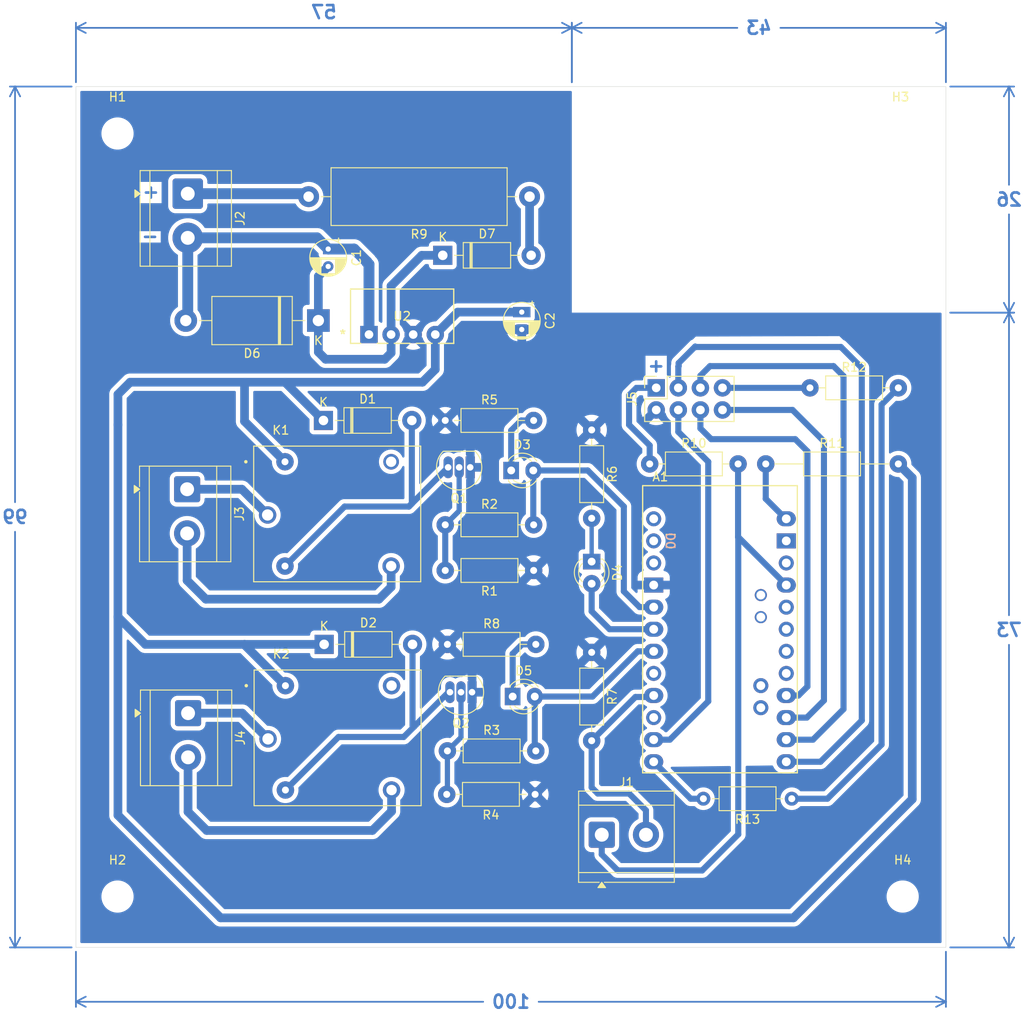
<source format=kicad_pcb>
(kicad_pcb (version 20241229) (generator "pcbnew") (generator_version "9.0")
  (title_block (title "Smart Key System - Receiver") (date "2025-05-07"))
  (layers (0 "F.Cu" signal) (2 "B.Cu" signal) (13 "F.Paste" user) (15 "B.Paste" user) (5 "F.SilkS" user "F.Silkscreen") (7 "B.SilkS" user "B.Silkscreen") (1 "F.Mask" user) (3 "B.Mask" user) (25 "Edge.Cuts" user))
  (net 0 "")
  (net 1 "/LOCK_LED")
  (net 4 "/IRQ")
  (net 7 "VCC")
  (net 8 "/MAIN_SWITCH")
  (net 10 "/MOSI")
  (net 13 "GND")
  (net 14 "/CSN")
  (net 15 "/LOCK_RELAY")
  (net 21 "/MISO")
  (net 22 "/SCK")
  (net 24 "/LOCATE_LED")
  (net 25 "/CE")
  (net 27 "/-BAT")
  (net 28 "Net-(D6-A1)")
  (net 29 "Net-(D1-A)")
  (net 30 "Net-(D2-A)")
  (net 31 "Net-(D3-K)")
  (net 32 "Net-(D4-K)")
  (net 33 "Net-(D5-K)")
  (net 34 "Net-(D7-A)")
  (net 35 "/+BAT")
  (net 36 "Net-(J3-Pin_1)")
  (net 37 "Net-(J3-Pin_2)")
  (net 38 "Net-(J4-Pin_2)")
  (net 39 "Net-(J4-Pin_1)")
  (net 42 "Net-(Q1-B)")
  (net 43 "Net-(Q2-B)")
  (net 44 "+3.3V")
  (net 45 "Net-(J5-Pin_1)")
  (net 46 "Net-(J5-Pin_7)")
  (net 47 "Net-(A1-PadRAW)")
  (net 48 "Net-(A1-PadD9)")
  (footprint "LED_THT:LED_D3.0mm" (layer "F.Cu") (at 148.03 79.15)
    (property "Reference" "D3" (at 1.27 -2.96 0) (layer "F.SilkS"))
    (property "Value" "LED")
    (pad "1" thru_hole rect (at 0 0) (size 1.8 2) (drill 0.9) (layers "*.Cu" "*.Mask") (net 31 "Net-(D3-K)"))
    (pad "2" thru_hole oval (at 2.54 0) (size 1.8 2) (drill 0.9) (layers "*.Cu" "*.Mask") (net 24 "/LOCATE_LED"))
  )
  (footprint "TerminalBlock_CUI:TerminalBlock_CUI_TB007-508-02_1x02_P5.08mm_Horizontal" (layer "F.Cu") (at 110.8875 107.06 -90)
    (property "Reference" "J4" (at 2.84 -6.02 90) (layer "F.SilkS"))
    (property "Value" "Screw_Terminal_01x02")
    (pad "1" thru_hole roundrect (at 0 0 270) (size 3 3) (drill 1.6) (layers "*.Cu" "*.Mask") (roundrect_rratio 0.104167) (net 39 "Net-(J4-Pin_1)"))
    (pad "2" thru_hole circle (at 5.08 0 270) (size 3 3) (drill 1.6) (layers "*.Cu" "*.Mask") (net 38 "Net-(J4-Pin_2)"))
  )
  (footprint "Resistor_THT:R_Axial_DIN0207_L6.3mm_D2.5mm_P10.16mm_Horizontal" (layer "F.Cu") (at 157.28 74.49 -90)
    (property "Reference" "R6" (at 5.08 -2.37 90) (layer "F.SilkS"))
    (property "Value" "1k")
    (pad "1" thru_hole circle (at 0 0 270) (size 2 2) (drill 0.8) (layers "*.Cu" "*.Mask") (net 13 "GND"))
    (pad "2" thru_hole oval (at 10.16 0 270) (size 2 2) (drill 0.8) (layers "*.Cu" "*.Mask") (net 32 "Net-(D4-K)"))
  )
  (footprint "Capacitor_THT:CP_Radial_D4.0mm_P2.00mm" (layer "F.Cu") (at 126.99495 53.687401 -90)
    (property "Reference" "C1" (at 1 -3.25 90) (layer "F.SilkS"))
    (property "Value" "4.7u")
    (pad "1" thru_hole rect (at 0 0 270) (size 1.2 1.2) (drill 0.6) (layers "*.Cu" "*.Mask") (net 27 "/-BAT"))
    (pad "2" thru_hole circle (at 2 0 270) (size 1.2 1.2) (drill 0.6) (layers "*.Cu" "*.Mask") (net 28 "Net-(D6-A1)"))
  )
  (footprint "Resistor_THT:R_Axial_DIN0207_L6.3mm_D2.5mm_P10.16mm_Horizontal" (layer "F.Cu") (at 150.61 90.65 180)
    (property "Reference" "R1" (at 5.08 -2.37 0) (layer "F.SilkS"))
    (property "Value" "10k")
    (pad "1" thru_hole circle (at 0 0 180) (size 2 2) (drill 0.8) (layers "*.Cu" "*.Mask") (net 13 "GND"))
    (pad "2" thru_hole oval (at 10.16 0 180) (size 2 2) (drill 0.8) (layers "*.Cu" "*.Mask") (net 42 "Net-(Q1-B)"))
  )
  (footprint "Capacitor_THT:CP_Radial_D4.0mm_P2.00mm" (layer "F.Cu") (at 149.24495 60.937401 -90)
    (property "Reference" "C2" (at 1 -3.25 90) (layer "F.SilkS"))
    (property "Value" "10u")
    (pad "1" thru_hole rect (at 0 0 270) (size 1.2 2) (drill 0.6) (layers "*.Cu" "*.Mask") (net 7 "VCC"))
    (pad "2" thru_hole oval (at 2 0 270) (size 1.2 2) (drill 0.6) (layers "*.Cu" "*.Mask") (net 13 "GND"))
  )
  (footprint "SRD-12VDC-SL-C:RELAY_SRD-12VDC-SL-C" (layer "F.Cu") (at 128.18 109.9)
    (property "Reference" "K2" (at -6.575 -9.635 0) (layer "F.SilkS"))
    (property "Value" "SRD-12VDC-SL-C")
    (pad "COIL1" thru_hole circle (at -6.1 -6) (size 2 2) (drill 0.8) (layers "*.Cu" "*.Mask") (net 7 "VCC"))
    (pad "COIL2" thru_hole circle (at -6.1 6) (size 2 2) (drill 0.8) (layers "*.Cu" "*.Mask") (net 30 "Net-(D2-A)"))
    (pad "COM" thru_hole circle (at -8.1 0.12) (size 2 2) (drill 1.3) (layers "*.Cu" "*.Mask") (net 39 "Net-(J4-Pin_1)"))
    (pad "NC" thru_hole circle (at 6.1 -6) (size 2 2) (drill 1.2) (layers "*.Cu" "*.Mask"))
    (pad "NO" thru_hole circle (at 6.1 6) (size 2 2) (drill 1.2) (layers "*.Cu" "*.Mask") (net 38 "Net-(J4-Pin_2)"))
  )
  (footprint "TerminalBlock_CUI:TerminalBlock_CUI_TB007-508-02_1x02_P5.08mm_Horizontal" (layer "F.Cu") (at 158.44 121.0425)
    (property "Reference" "J1" (at 2.84 -6.02 0) (layer "F.SilkS"))
    (property "Value" "Screw_Terminal_01x02")
    (pad "1" thru_hole roundrect (at 0 0) (size 3 3) (drill 1.6) (layers "*.Cu" "*.Mask") (roundrect_rratio 0.104167) (net 44 "+3.3V"))
    (pad "2" thru_hole circle (at 5.08 0) (size 3 3) (drill 1.6) (layers "*.Cu" "*.Mask") (net 8 "/MAIN_SWITCH"))
  )
  (footprint "TerminalBlock_CUI:TerminalBlock_CUI_TB007-508-02_1x02_P5.08mm_Horizontal" (layer "F.Cu") (at 110.85245 47.32 -90)
    (property "Reference" "J2" (at 2.84 -6.02 90) (layer "F.SilkS"))
    (property "Value" "Screw_Terminal_01x02")
    (pad "1" thru_hole roundrect (at 0 0 270) (size 3.5 3.5) (drill 1.6) (layers "*.Cu" "*.Mask") (roundrect_rratio 0.104167) (net 35 "/+BAT"))
    (pad "2" thru_hole circle (at 5.08 0 270) (size 3.5 3.5) (drill 1.6) (layers "*.Cu" "*.Mask") (net 27 "/-BAT"))
  )
  (footprint "Resistor_THT:R_Axial_DIN0207_L6.3mm_D2.5mm_P10.16mm_Horizontal" (layer "F.Cu") (at 140.45 73.4)
    (property "Reference" "R5" (at 5.08 -2.37 0) (layer "F.SilkS"))
    (property "Value" "1k")
    (pad "1" thru_hole circle (at 0 0) (size 1.6 1.6) (drill 0.8) (layers "*.Cu" "*.Mask") (net 13 "GND"))
    (pad "2" thru_hole oval (at 10.16 0) (size 2 2) (drill 0.8) (layers "*.Cu" "*.Mask") (net 31 "Net-(D3-K)"))
  )
  (footprint "Resistor_THT:R_Axial_DIN0207_L6.3mm_D2.5mm_P10.16mm_Horizontal" (layer "F.Cu") (at 140.45 85.4)
    (property "Reference" "R2" (at 5.08 -2.37 0) (layer "F.SilkS"))
    (property "Value" "330")
    (pad "1" thru_hole circle (at 0 0) (size 2 2) (drill 0.8) (layers "*.Cu" "*.Mask") (net 42 "Net-(Q1-B)"))
    (pad "2" thru_hole oval (at 10.16 0) (size 2 2) (drill 0.8) (layers "*.Cu" "*.Mask") (net 24 "/LOCATE_LED"))
  )
  (footprint "Resistor_THT:R_Axial_DIN0207_L6.3mm_D2.5mm_P10.16mm_Horizontal" (layer "F.Cu") (at 140.7 111.4)
    (property "Reference" "R3" (at 5.08 -2.37 0) (layer "F.SilkS"))
    (property "Value" "330")
    (pad "1" thru_hole circle (at 0 0) (size 2 2) (drill 0.8) (layers "*.Cu" "*.Mask") (net 43 "Net-(Q2-B)"))
    (pad "2" thru_hole oval (at 10.16 0) (size 2 2) (drill 0.8) (layers "*.Cu" "*.Mask") (net 15 "/LOCK_RELAY"))
  )
  (footprint "LED_THT:LED_D3.0mm" (layer "F.Cu") (at 148.2 105.15)
    (property "Reference" "D5" (at 1.27 -2.96 0) (layer "F.SilkS"))
    (property "Value" "LED")
    (pad "1" thru_hole rect (at 0 0) (size 1.8 2) (drill 0.9) (layers "*.Cu" "*.Mask") (net 33 "Net-(D5-K)"))
    (pad "2" thru_hole oval (at 2.54 0) (size 1.8 2) (drill 0.9) (layers "*.Cu" "*.Mask") (net 15 "/LOCK_RELAY"))
  )
  (footprint "Package_TO_SOT_THT:TO-92_Inline" (layer "F.Cu") (at 143.32 78.79 180)
    (property "Reference" "Q1" (at 1.27 -3.56 0) (layer "F.SilkS"))
    (property "Value" "2N3904")
    (pad "1" thru_hole rect (at 0 0 180) (size 1.05 2.5) (drill 0.75) (layers "*.Cu" "*.Mask") (net 13 "GND"))
    (pad "2" thru_hole oval (at 1.27 0 180) (size 1.05 2.5) (drill 0.75) (layers "*.Cu" "*.Mask") (net 42 "Net-(Q1-B)"))
    (pad "3" thru_hole oval (at 2.54 0 180) (size 1.05 2.5) (drill 0.75) (layers "*.Cu" "*.Mask") (net 29 "Net-(D1-A)"))
  )
  (footprint "Resistor_THT:R_Axial_DIN0207_L6.3mm_D2.5mm_P10.16mm_Horizontal" (layer "F.Cu") (at 157.28 100.07 -90)
    (property "Reference" "R7" (at 5.08 -2.37 90) (layer "F.SilkS"))
    (property "Value" "10k")
    (pad "1" thru_hole circle (at 0 0 270) (size 2 2) (drill 0.8) (layers "*.Cu" "*.Mask") (net 13 "GND"))
    (pad "2" thru_hole oval (at 10.16 0 270) (size 2 2) (drill 0.8) (layers "*.Cu" "*.Mask") (net 8 "/MAIN_SWITCH"))
  )
  (footprint "LED_THT:LED_D3.0mm" (layer "F.Cu") (at 157.28 89.63 -90)
    (property "Reference" "D4" (at 1.27 -2.96 90) (layer "F.SilkS"))
    (property "Value" "LED")
    (pad "1" thru_hole rect (at 0 0 270) (size 1.8 2) (drill 0.9) (layers "*.Cu" "*.Mask") (net 32 "Net-(D4-K)"))
    (pad "2" thru_hole oval (at 2.54 0 270) (size 2 2) (drill 0.9) (layers "*.Cu" "*.Mask") (net 1 "/LOCK_LED"))
  )
  (footprint "MountingHole:MountingHole_3.2mm_M3" (layer "F.Cu") (at 193.03 128.15)
    (property "Reference" "H4" (at 0 -4.2 0) (layer "F.SilkS"))
    (property "Value" "MountingHole")
    (pad "" np_thru_hole circle (at 0 0) (size 3.2 3.2) (drill 3.2) (layers "*.Cu" "*.Mask"))
  )
  (footprint "footprints:SIP4_B_S-1WR3_MNS" (layer "F.Cu") (at 131.68495 63.5182)
    (property "Reference" "U2" (at 3.81 -2.1082 0) (layer "F.SilkS"))
    (property "Value" "B1205S-1WR3")
    (fp_text user "*" (at -3.0099 0 0) (layer "F.SilkS"))
    (fp_text user "*" (at -3.0099 0 0) (layer "F.SilkS"))
    (pad "1" thru_hole rect (at 0 0) (size 2 2) (drill 0.9906) (layers "*.Cu" "*.Mask") (net 27 "/-BAT"))
    (pad "2" thru_hole circle (at 2.54 0) (size 2 2) (drill 0.9906) (layers "*.Cu" "*.Mask") (net 28 "Net-(D6-A1)"))
    (pad "3" thru_hole circle (at 5.08 0) (size 2 2) (drill 0.9906) (layers "*.Cu" "*.Mask") (net 13 "GND"))
    (pad "4" thru_hole circle (at 7.62 0) (size 2 2) (drill 0.9906) (layers "*.Cu" "*.Mask") (net 7 "VCC"))
  )
  (footprint "TerminalBlock_CUI:TerminalBlock_CUI_TB007-508-02_1x02_P5.08mm_Horizontal" (layer "F.Cu") (at 110.78 81.31 -90)
    (property "Reference" "J3" (at 2.84 -6.02 90) (layer "F.SilkS"))
    (property "Value" "Screw_Terminal_01x02")
    (pad "1" thru_hole roundrect (at 0 0 270) (size 3 3) (drill 1.6) (layers "*.Cu" "*.Mask") (roundrect_rratio 0.104167) (net 36 "Net-(J3-Pin_1)"))
    (pad "2" thru_hole circle (at 5.08 0 270) (size 3 3) (drill 1.6) (layers "*.Cu" "*.Mask") (net 37 "Net-(J3-Pin_2)"))
  )
  (footprint "Resistor_THT:R_Axial_DIN0207_L6.3mm_D2.5mm_P10.16mm_Horizontal" (layer "F.Cu") (at 140.7 99.15)
    (property "Reference" "R8" (at 5.08 -2.37 0) (layer "F.SilkS"))
    (property "Value" "1k")
    (pad "1" thru_hole circle (at 0 0) (size 2 2) (drill 0.8) (layers "*.Cu" "*.Mask") (net 13 "GND"))
    (pad "2" thru_hole circle (at 10.16 0) (size 2 2) (drill 0.8) (layers "*.Cu" "*.Mask") (net 33 "Net-(D5-K)"))
  )
  (footprint "Connector_PinSocket_2.54mm:PinSocket_2x04_P2.54mm_Vertical" (layer "F.Cu") (at 164.7 69.65 90)
    (property "Reference" "J5" (at -1.27 -2.77 90) (layer "F.SilkS"))
    (property "Value" "Conn_02x04_Odd_Even")
    (pad "1" thru_hole rect (at 0 0 90) (size 2 2) (drill 1) (layers "*.Cu" "*.Mask") (net 45 "Net-(J5-Pin_1)"))
    (pad "2" thru_hole circle (at -2.54 0 90) (size 2 2) (drill 1) (layers "*.Cu" "*.Mask") (net 13 "GND"))
    (pad "3" thru_hole circle (at 0 2.54 90) (size 2 2) (drill 1) (layers "*.Cu" "*.Mask") (net 14 "/CSN"))
    (pad "4" thru_hole circle (at -2.54 2.54 90) (size 2 2) (drill 1) (layers "*.Cu" "*.Mask") (net 25 "/CE"))
    (pad "5" thru_hole circle (at 0 5.08 90) (size 2 2) (drill 1) (layers "*.Cu" "*.Mask") (net 10 "/MOSI"))
    (pad "6" thru_hole circle (at -2.54 5.08 90) (size 2 2) (drill 1) (layers "*.Cu" "*.Mask") (net 22 "/SCK"))
    (pad "7" thru_hole circle (at 0 7.62 90) (size 2 2) (drill 1) (layers "*.Cu" "*.Mask") (net 46 "Net-(J5-Pin_7)"))
    (pad "8" thru_hole circle (at -2.54 7.62 90) (size 2 2) (drill 1) (layers "*.Cu" "*.Mask") (net 21 "/MISO"))
  )
  (footprint "Diode_THT:D_DO-201AE_P15.24mm_Horizontal" (layer "F.Cu") (at 125.86495 61.91 180)
    (property "Reference" "D6" (at 7.62 -3.77 0) (layer "F.SilkS"))
    (property "Value" "1.5KExxA")
    (fp_text user "K" (at 0 -2.3 0) (layer "F.SilkS"))
    (pad "1" thru_hole rect (at 0 0 180) (size 2.6 2.6) (drill 1.3) (layers "*.Cu" "*.Mask") (net 28 "Net-(D6-A1)"))
    (pad "2" thru_hole oval (at 15.24 0 180) (size 2.6 2.6) (drill 1.3) (layers "*.Cu" "*.Mask") (net 27 "/-BAT"))
  )
  (footprint "Resistor_THT:R_Axial_Power_L20.0mm_W6.4mm_P25.40mm" (layer "F.Cu") (at 150.14495 47.66 180)
    (property "Reference" "R9" (at 12.7 -4.32 0) (layer "F.SilkS"))
    (property "Value" "2.2")
    (pad "1" thru_hole circle (at 0 0 180) (size 2.4 2.4) (drill 1.2) (layers "*.Cu" "*.Mask") (net 34 "Net-(D7-A)"))
    (pad "2" thru_hole oval (at 25.4 0 180) (size 2.4 2.4) (drill 1.2) (layers "*.Cu" "*.Mask") (net 35 "/+BAT"))
  )
  (footprint "Diode_THT:D_DO-41_SOD81_P10.16mm_Horizontal" (layer "F.Cu") (at 126.53 99.15)
    (property "Reference" "D2" (at 5.08 -2.47 0) (layer "F.SilkS"))
    (property "Value" "1N5819")
    (fp_text user "K" (at 0 -2.1 0) (layer "F.SilkS"))
    (pad "1" thru_hole rect (at 0 0) (size 2.2 2.2) (drill 1.1) (layers "*.Cu" "*.Mask") (net 7 "VCC"))
    (pad "2" thru_hole oval (at 10.16 0) (size 2.2 2.2) (drill 1.1) (layers "*.Cu" "*.Mask") (net 30 "Net-(D2-A)"))
  )
  (footprint "Diode_THT:D_DO-41_SOD81_P10.16mm_Horizontal" (layer "F.Cu") (at 126.45 73.4)
    (property "Reference" "D1" (at 5.08 -2.47 0) (layer "F.SilkS"))
    (property "Value" "1N5819")
    (fp_text user "K" (at 0 -2.1 0) (layer "F.SilkS"))
    (pad "1" thru_hole rect (at 0 0) (size 2.2 2.2) (drill 1.1) (layers "*.Cu" "*.Mask") (net 7 "VCC"))
    (pad "2" thru_hole oval (at 10.16 0) (size 2.2 2.2) (drill 1.1) (layers "*.Cu" "*.Mask") (net 29 "Net-(D1-A)"))
  )
  (footprint "Resistor_THT:R_Axial_DIN0207_L6.3mm_D2.5mm_P10.16mm_Horizontal" (layer "F.Cu") (at 150.78 116.4 180)
    (property "Reference" "R4" (at 5.08 -2.37 0) (layer "F.SilkS"))
    (property "Value" "10k")
    (pad "1" thru_hole circle (at 0 0 180) (size 1.6 1.6) (drill 0.8) (layers "*.Cu" "*.Mask") (net 13 "GND"))
    (pad "2" thru_hole oval (at 10.16 0 180) (size 2 2) (drill 0.8) (layers "*.Cu" "*.Mask") (net 43 "Net-(Q2-B)"))
  )
  (footprint "Resistor_THT:R_Axial_DIN0207_L6.3mm_D2.5mm_P10.16mm_Horizontal" (layer "F.Cu") (at 163.95 78.4)
    (property "Reference" "R10" (at 5.08 -2.37 0) (layer "F.SilkS"))
    (property "Value" "0")
    (pad "1" thru_hole circle (at 0 0) (size 2 2) (drill 0.8) (layers "*.Cu" "*.Mask") (net 45 "Net-(J5-Pin_1)"))
    (pad "2" thru_hole oval (at 10.16 0) (size 2 2) (drill 0.8) (layers "*.Cu" "*.Mask") (net 44 "+3.3V"))
  )
  (footprint "Resistor_THT:R_Axial_DIN0207_L6.3mm_D2.5mm_P10.16mm_Horizontal" (layer "F.Cu") (at 182.37 69.65)
    (property "Reference" "R12" (at 5.08 -2.37 0) (layer "F.SilkS"))
    (property "Value" "0")
    (pad "1" thru_hole circle (at 0 0) (size 2 2) (drill 0.8) (layers "*.Cu" "*.Mask") (net 46 "Net-(J5-Pin_7)"))
    (pad "2" thru_hole oval (at 10.16 0) (size 2 2) (drill 0.8) (layers "*.Cu" "*.Mask") (net 4 "/IRQ"))
  )
  (footprint "MountingHole:MountingHole_3.2mm_M3" (layer "F.Cu") (at 192.78 40.4)
    (property "Reference" "H3" (at 0 -4.2 0) (layer "F.SilkS"))
    (property "Value" "MountingHole")
    (pad "" np_thru_hole circle (at 0 0) (size 3.2 3.2) (drill 3.2) (layers "*.Cu" "*.Mask"))
  )
  (footprint "Resistor_THT:R_Axial_DIN0207_L6.3mm_D2.5mm_P15.24mm_Horizontal" (layer "F.Cu") (at 177.29 78.4)
    (property "Reference" "R11" (at 7.62 -2.37 0) (layer "F.SilkS"))
    (property "Value" "0")
    (pad "1" thru_hole circle (at 0 0) (size 2 2) (drill 0.8) (layers "*.Cu" "*.Mask") (net 47 "Net-(A1-PadRAW)"))
    (pad "2" thru_hole oval (at 15.24 0) (size 2 2) (drill 0.8) (layers "*.Cu" "*.Mask") (net 7 "VCC"))
  )
  (footprint "Package_TO_SOT_THT:TO-92_Inline" (layer "F.Cu") (at 143.53 104.65 180)
    (property "Reference" "Q2" (at 1.27 -3.56 0) (layer "F.SilkS"))
    (property "Value" "2N3904")
    (pad "1" thru_hole rect (at 0 0 180) (size 1.05 2.5) (drill 0.75) (layers "*.Cu" "*.Mask") (net 13 "GND"))
    (pad "2" thru_hole oval (at 1.27 0 180) (size 1.05 2.5) (drill 0.75) (layers "*.Cu" "*.Mask") (net 43 "Net-(Q2-B)"))
    (pad "3" thru_hole oval (at 2.54 0 180) (size 1.05 2.5) (drill 0.75) (layers "*.Cu" "*.Mask") (net 30 "Net-(D2-A)"))
  )
  (footprint "MountingHole:MountingHole_3.2mm_M3" (layer "F.Cu") (at 102.78 128.15)
    (property "Reference" "H2" (at 0 -4.2 0) (layer "F.SilkS"))
    (property "Value" "MountingHole")
    (pad "" np_thru_hole circle (at 0 0) (size 3.2 3.2) (drill 3.2) (layers "*.Cu" "*.Mask"))
  )
  (footprint "Resistor_THT:R_Axial_DIN0207_L6.3mm_D2.5mm_P10.16mm_Horizontal" (layer "F.Cu") (at 180.28 116.9 180)
    (property "Reference" "R13" (at 5.08 -2.37 0) (layer "F.SilkS"))
    (property "Value" "0")
    (pad "1" thru_hole circle (at 0 0 180) (size 1.6 1.6) (drill 0.8) (layers "*.Cu" "*.Mask") (net 4 "/IRQ"))
    (pad "2" thru_hole oval (at 10.16 0 180) (size 1.6 1.6) (drill 0.8) (layers "*.Cu" "*.Mask") (net 48 "Net-(A1-PadD9)"))
  )
  (footprint "MountingHole:MountingHole_3.2mm_M3" (layer "F.Cu") (at 102.78 40.4)
    (property "Reference" "H1" (at 0 -4.2 0) (layer "F.SilkS"))
    (property "Value" "MountingHole")
    (pad "" np_thru_hole circle (at 0 0) (size 3.2 3.2) (drill 3.2) (layers "*.Cu" "*.Mask"))
  )
  (footprint "Diode_THT:D_DO-41_SOD81_P10.16mm_Horizontal" (layer "F.Cu") (at 140.16495 54.41)
    (property "Reference" "D7" (at 5.08 -2.47 0) (layer "F.SilkS"))
    (property "Value" "1N5819")
    (fp_text user "K" (at 0 -2.1 0) (layer "F.SilkS"))
    (pad "1" thru_hole rect (at 0 0) (size 2.2 2.2) (drill 1.1) (layers "*.Cu" "*.Mask") (net 28 "Net-(D6-A1)"))
    (pad "2" thru_hole oval (at 10.16 0) (size 2.2 2.2) (drill 1.1) (layers "*.Cu" "*.Mask") (net 34 "Net-(D7-A)"))
  )
  (footprint "PCM_arduino-library:Arduino_Pro_Mini_Socket_NoSPH" (layer "F.Cu") (at 172.03 97.41)
    (property "Reference" "A1" (at -6.858 -17.526 0) (layer "F.SilkS"))
    (property "Value" "Arduino_Pro_Mini_Socket_NoSPH")
    (fp_text user "D0" (at -5.715 -10.16 270) (layer "F.SilkS"))
    (fp_text user "D0" (at -5.715 -10.16 270) (layer "B.SilkS") (effects (justify mirror)))
    (pad "A0" thru_hole circle (at 7.62 5.08) (size 1.7272 1.7272) (drill 1.016) (layers "*.Cu" "*.Mask"))
    (pad "A1" thru_hole circle (at 7.62 2.54) (size 1.7272 1.7272) (drill 1.016) (layers "*.Cu" "*.Mask"))
    (pad "A2" thru_hole circle (at 7.62 0) (size 1.7272 1.7272) (drill 1.016) (layers "*.Cu" "*.Mask"))
    (pad "A3" thru_hole circle (at 7.62 -2.54) (size 1.7272 1.7272) (drill 1.016) (layers "*.Cu" "*.Mask"))
    (pad "A4" thru_hole circle (at 4.6941 -1.3894) (size 1.4 1.4) (drill 1.016) (layers "*.Cu" "*.Mask"))
    (pad "A5" thru_hole circle (at 4.6941 -3.9294) (size 1.4 1.4) (drill 1.016) (layers "*.Cu" "*.Mask"))
    (pad "A6" thru_hole circle (at 4.6941 9.0246) (size 1.7272 1.7272) (drill 1.016) (layers "*.Cu" "*.Mask"))
    (pad "A7" thru_hole circle (at 4.6941 6.484) (size 1.7272 1.7272) (drill 1.016) (layers "*.Cu" "*.Mask"))
    (pad "D0" thru_hole circle (at -7.62 -10.16) (size 1.7272 1.7272) (drill 1.016) (layers "*.Cu" "*.Mask"))
    (pad "D1" thru_hole circle (at -7.62 -12.7) (size 1.7272 1.7272) (drill 1.016) (layers "*.Cu" "*.Mask"))
    (pad "D2" thru_hole oval (at -7.62 -2.54) (size 2.2 1.7272) (drill 1.016) (layers "*.Cu" "*.Mask") (net 24 "/LOCATE_LED"))
    (pad "D3" thru_hole oval (at -7.62 0) (size 2.2 1.7272) (drill 1.016) (layers "*.Cu" "*.Mask") (net 1 "/LOCK_LED"))
    (pad "D4" thru_hole oval (at -7.62 2.54) (size 2.2 1.7272) (drill 1.016) (layers "*.Cu" "*.Mask") (net 15 "/LOCK_RELAY"))
    (pad "D5" thru_hole circle (at -7.62 5.08) (size 1.7272 1.7272) (drill 1.016) (layers "*.Cu" "*.Mask"))
    (pad "D6" thru_hole oval (at -7.62 7.62) (size 2.2 1.7272) (drill 1.016) (layers "*.Cu" "*.Mask") (net 8 "/MAIN_SWITCH"))
    (pad "D7" thru_hole circle (at -7.62 10.16) (size 1.7272 1.7272) (drill 1.016) (layers "*.Cu" "*.Mask"))
    (pad "D8" thru_hole oval (at -7.62 12.7) (size 2.2 1.7272) (drill 1.016) (layers "*.Cu" "*.Mask") (net 25 "/CE"))
    (pad "D9" thru_hole oval (at -7.62 15.24) (size 2.2 1.7272) (drill 1.016) (layers "*.Cu" "*.Mask") (net 48 "Net-(A1-PadD9)"))
    (pad "D10" thru_hole oval (at 7.62 15.24) (size 2.2 1.7272) (drill 1.016) (layers "*.Cu" "*.Mask") (net 14 "/CSN"))
    (pad "D11" thru_hole oval (at 7.62 12.7) (size 2.2 1.7272) (drill 1.016) (layers "*.Cu" "*.Mask") (net 10 "/MOSI"))
    (pad "D12" thru_hole oval (at 7.62 10.16) (size 2.2 1.7272) (drill 1.016) (layers "*.Cu" "*.Mask") (net 21 "/MISO"))
    (pad "D13" thru_hole oval (at 7.62 7.62) (size 2.2 1.7272) (drill 1.016) (layers "*.Cu" "*.Mask") (net 22 "/SCK"))
    (pad "GND1" thru_hole rect (at -7.62 -5.08) (size 2.2 1.7272) (drill 1.016) (layers "*.Cu" "*.Mask") (net 13 "GND"))
    (pad "GND2" thru_hole rect (at 7.62 -10.16) (size 2.2 1.7272) (drill 1.016) (layers "*.Cu" "*.Mask"))
    (pad "RAW" thru_hole oval (at 7.62 -12.7) (size 2.2 1.7272) (drill 1.016) (layers "*.Cu" "*.Mask") (net 47 "Net-(A1-PadRAW)"))
    (pad "RST1" thru_hole circle (at -7.62 -7.62) (size 1.7272 1.7272) (drill 1.016) (layers "*.Cu" "*.Mask"))
    (pad "RST2" thru_hole circle (at 7.62 -7.62) (size 1.7272 1.7272) (drill 1.016) (layers "*.Cu" "*.Mask"))
    (pad "Vcc1" thru_hole oval (at 7.62 -5.08) (size 2.2 1.7272) (drill 1.016) (layers "*.Cu" "*.Mask") (net 44 "+3.3V"))
  )
  (footprint "SRD-12VDC-SL-C:RELAY_SRD-12VDC-SL-C" (layer "F.Cu") (at 128.13 84.15)
    (property "Reference" "K1" (at -6.575 -9.635 0) (layer "F.SilkS"))
    (property "Value" "SRD-12VDC-SL-C")
    (pad "COIL1" thru_hole circle (at -6.1 -6) (size 2 2) (drill 0.8) (layers "*.Cu" "*.Mask") (net 7 "VCC"))
    (pad "COIL2" thru_hole circle (at -6.1 6) (size 2 2) (drill 0.8) (layers "*.Cu" "*.Mask") (net 29 "Net-(D1-A)"))
    (pad "COM" thru_hole circle (at -8.1 0.12) (size 2 2) (drill 1.3) (layers "*.Cu" "*.Mask") (net 36 "Net-(J3-Pin_1)"))
    (pad "NC" thru_hole circle (at 6.1 -6) (size 1.8 1.8) (drill 1.2) (layers "*.Cu" "*.Mask"))
    (pad "NO" thru_hole circle (at 6.1 6) (size 2 2) (drill 1.2) (layers "*.Cu" "*.Mask") (net 37 "Net-(J3-Pin_2)"))
  )
  (gr_rect (start 98 35) (end 198 134) (stroke (width 0.05)) (fill no) (layer "Edge.Cuts"))
  (gr_text "+" (at 165.82 67.95 0) (layer "B.Cu") (effects (font (size 1.5 1.5) (thickness 0.3) (bold yes)) (justify left bottom mirror)))
  (gr_text "-\n" (at 107.64495 53.06 0) (layer "B.Cu") (effects (font (size 1.5 1.5) (thickness 0.3) (bold yes)) (justify left bottom mirror)))
  (gr_text "+" (at 107.74495 47.96 0) (layer "B.Cu") (effects (font (size 1.5 1.5) (thickness 0.3) (bold yes)) (justify left bottom mirror)))
  (dimension (type orthogonal) (layer "B.Cu") (pts (xy 198 61) (xy 198 134)) (height 7.25) (orientation 1) (format (prefix "") (suffix "") (units 2) (units_format 0) (precision 4) (suppress_zeroes yes)) (style (thickness 0.2) (arrow_length 1.27) (text_position_mode 1) (arrow_direction outward) (extension_height 0.58642) (extension_offset 0.5)) (gr_text "73" (at 205.25 97.5 0) (layer "B.Cu") (effects (font (size 1.5 1.5) (thickness 0.3)) (justify mirror))))
  (dimension (type orthogonal) (layer "B.Cu") (pts (xy 198 61) (xy 198 35)) (height 7.25) (orientation 1) (format (prefix "") (suffix "") (units 3) (units_format 0) (precision 4) (suppress_zeroes yes)) (style (thickness 0.2) (arrow_length 1.27) (text_position_mode 1) (arrow_direction outward) (extension_height 0.58642) (extension_offset 0.5)) (gr_text "26" (at 205.25 48 0) (layer "B.Cu") (effects (font (size 1.5 1.5) (thickness 0.3)) (justify mirror))))
  (dimension (type orthogonal) (layer "B.Cu") (pts (xy 155 35) (xy 198 35)) (height -6.75) (orientation 0) (format (prefix "") (suffix "") (units 3) (units_format 0) (precision 4) (suppress_zeroes yes)) (style (thickness 0.2) (arrow_length 1.27) (text_position_mode 1) (arrow_direction outward) (extension_height 0.58642) (extension_offset 0.5) (keep_text_aligned yes)) (gr_text "43" (at 176.5 28.25 0) (layer "B.Cu") (effects (font (size 1.5 1.5) (thickness 0.3)) (justify mirror))))
  (dimension (type orthogonal) (layer "B.Cu") (pts (xy 98 35) (xy 98 134)) (height -7) (orientation 1) (format (prefix "") (suffix "") (units 3) (units_format 0) (precision 4) (suppress_zeroes yes)) (style (thickness 0.2) (arrow_length 1.27) (text_position_mode 1) (arrow_direction outward) (extension_height 0.58642) (extension_offset 0.5)) (gr_text "99" (at 91 84.5 0) (layer "B.Cu") (effects (font (size 1.5 1.5) (thickness 0.3)) (justify mirror))))
  (dimension (type orthogonal) (layer "B.Cu") (pts (xy 98 35) (xy 155 35)) (height -6.75) (orientation 0) (format (prefix "") (suffix "") (units 3) (units_format 0) (precision 4) (suppress_zeroes yes)) (style (thickness 0.2) (arrow_length 1.27) (text_position_mode 0) (arrow_direction outward) (extension_height 0.58642) (extension_offset 0.5) (keep_text_aligned yes)) (gr_text "57" (at 126.5 26.45 0) (layer "B.Cu") (effects (font (size 1.5 1.5) (thickness 0.3)) (justify mirror))))
  (dimension (type orthogonal) (layer "B.Cu") (pts (xy 98 134) (xy 198 134)) (height 6.25) (orientation 0) (format (prefix "") (suffix "") (units 3) (units_format 0) (precision 4) (suppress_zeroes yes)) (style (thickness 0.2) (arrow_length 1.27) (text_position_mode 1) (arrow_direction outward) (extension_height 0.58642) (extension_offset 0.5) (keep_text_aligned yes)) (gr_text "100" (at 148 140.25 0) (layer "B.Cu") (effects (font (size 1.5 1.5) (thickness 0.3)) (justify mirror))))
  (segment (start 157.28 92.17) (end 157.28 95.35) (width 0.7) (layer "B.Cu") (net 1))
  (segment (start 157.28 92.17) (end 157.14 92.17) (width 0.7) (layer "B.Cu") (net 1))
  (segment (start 157.28 95.35) (end 159.34 97.41) (width 0.7) (layer "B.Cu") (net 1))
  (segment (start 159.34 97.41) (end 164.41 97.41) (width 0.7) (layer "B.Cu") (net 1))
  (segment (start 184.38 116.9) (end 180.28 116.9) (width 0.7) (layer "B.Cu") (net 4))
  (segment (start 192.53 69.65) (end 190.605 71.575) (width 0.7) (layer "B.Cu") (net 4))
  (segment (start 190.605 71.575) (end 190.605 110.675) (width 0.7) (layer "B.Cu") (net 4))
  (segment (start 190.605 110.675) (end 184.38 116.9) (width 0.7) (layer "B.Cu") (net 4))
  (segment (start 102.83 96) (end 105.98 99.15) (width 1) (layer "B.Cu") (net 7))
  (segment (start 139.30495 67.52505) (end 137.83 69) (width 1) (layer "B.Cu") (net 7))
  (segment (start 117.38 73.5) (end 117.38 69.05) (width 1) (layer "B.Cu") (net 7))
  (segment (start 102.83 73.9) (end 102.83 96) (width 1) (layer "B.Cu") (net 7))
  (segment (start 126.45 73.4) (end 126.43 73.4) (width 1) (layer "B.Cu") (net 7))
  (segment (start 117.38 99.2) (end 117.38 99.15) (width 1) (layer "B.Cu") (net 7))
  (segment (start 122.08 103.9) (end 117.38 99.2) (width 1) (layer "B.Cu") (net 7))
  (segment (start 192.53 78.4) (end 194.13 80) (width 1) (layer "B.Cu") (net 7))
  (segment (start 139.30495 63.5182) (end 141.885749 60.937401) (width 1) (layer "B.Cu") (net 7))
  (segment (start 117.43 69) (end 104.23 69) (width 1) (layer "B.Cu") (net 7))
  (segment (start 117.38 99.15) (end 126.53 99.15) (width 1) (layer "B.Cu") (net 7))
  (segment (start 194.13 116.95) (end 180.48 130.6) (width 1) (layer "B.Cu") (net 7))
  (segment (start 104.23 69) (end 102.83 70.4) (width 1) (layer "B.Cu") (net 7))
  (segment (start 180.48 130.6) (end 114.63 130.6) (width 1) (layer "B.Cu") (net 7))
  (segment (start 102.83 73.9) (end 102.83 70.4) (width 1) (layer "B.Cu") (net 7))
  (segment (start 137.83 69) (end 122.03 69) (width 1) (layer "B.Cu") (net 7))
  (segment (start 102.83 118.8) (end 102.83 96) (width 1) (layer "B.Cu") (net 7))
  (segment (start 117.38 69.05) (end 117.43 69) (width 1) (layer "B.Cu") (net 7))
  (segment (start 122.03 78.15) (end 117.38 73.5) (width 1) (layer "B.Cu") (net 7))
  (segment (start 141.885749 60.937401) (end 149.24495 60.937401) (width 1) (layer "B.Cu") (net 7))
  (segment (start 194.13 80) (end 194.13 116.95) (width 1) (layer "B.Cu") (net 7))
  (segment (start 114.63 130.6) (end 102.83 118.8) (width 1) (layer "B.Cu") (net 7))
  (segment (start 149.24495 60.937401) (end 149.467549 60.937401) (width 1) (layer "B.Cu") (net 7))
  (segment (start 126.43 73.4) (end 122.03 69) (width 1) (layer "B.Cu") (net 7))
  (segment (start 122.03 69) (end 117.43 69) (width 1) (layer "B.Cu") (net 7))
  (segment (start 139.30495 63.5182) (end 139.30495 67.52505) (width 1) (layer "B.Cu") (net 7))
  (segment (start 105.98 99.15) (end 117.38 99.15) (width 1) (layer "B.Cu") (net 7))
  (segment (start 164.24 105.2) (end 164.41 105.03) (width 0.7) (layer "B.Cu") (net 8))
  (segment (start 161.58 116.3) (end 157.98 116.3) (width 0.7) (layer "B.Cu") (net 8))
  (segment (start 157.28 110.23) (end 162.31 105.2) (width 0.7) (layer "B.Cu") (net 8))
  (segment (start 162.31 105.2) (end 164.24 105.2) (width 0.7) (layer "B.Cu") (net 8))
  (segment (start 163.52 118.24) (end 161.58 116.3) (width 0.7) (layer "B.Cu") (net 8))
  (segment (start 157.28 115.6) (end 157.28 110.23) (width 0.7) (layer "B.Cu") (net 8))
  (segment (start 157.98 116.3) (end 157.28 115.6) (width 0.7) (layer "B.Cu") (net 8))
  (segment (start 163.52 121.0425) (end 163.52 118.24) (width 0.7) (layer "B.Cu") (net 8))
  (segment (start 179.65 110.11) (end 182.72 110.11) (width 0.7) (layer "B.Cu") (net 10))
  (segment (start 182.72 110.11) (end 186.23 106.6) (width 0.7) (layer "B.Cu") (net 10))
  (segment (start 169.78 68.25) (end 169.78 69.65) (width 0.7) (layer "B.Cu") (net 10))
  (segment (start 185.08 67.15) (end 170.88 67.15) (width 0.7) (layer "B.Cu") (net 10))
  (segment (start 170.88 67.15) (end 169.78 68.25) (width 0.7) (layer "B.Cu") (net 10))
  (segment (start 186.23 106.6) (end 186.23 68.3) (width 0.7) (layer "B.Cu") (net 10))
  (segment (start 186.23 68.3) (end 185.08 67.15) (width 0.7) (layer "B.Cu") (net 10))
  (segment (start 164.25 92.15) (end 164.57 92.47) (width 0.7) (layer "B.Cu") (net 13))
  (segment (start 167.28 66.8) (end 167.28 67.15) (width 0.7) (layer "B.Cu") (net 14))
  (segment (start 188.33 107.9) (end 183.58 112.65) (width 0.7) (layer "B.Cu") (net 14))
  (segment (start 188.33 67.35) (end 185.93 64.95) (width 0.7) (layer "B.Cu") (net 14))
  (segment (start 169.23 64.95) (end 169.18 64.9) (width 0.7) (layer "B.Cu") (net 14))
  (segment (start 167.28 67.15) (end 167.24 67.19) (width 0.7) (layer "B.Cu") (net 14))
  (segment (start 185.93 64.95) (end 169.23 64.95) (width 0.7) (layer "B.Cu") (net 14))
  (segment (start 183.58 112.65) (end 179.65 112.65) (width 0.7) (layer "B.Cu") (net 14))
  (segment (start 188.33 107.9) (end 188.33 67.35) (width 0.7) (layer "B.Cu") (net 14))
  (segment (start 167.24 67.19) (end 167.24 69.65) (width 0.7) (layer "B.Cu") (net 14))
  (segment (start 169.18 64.9) (end 167.28 66.8) (width 0.7) (layer "B.Cu") (net 14))
  (segment (start 150.74 105.15) (end 150.74 111.28) (width 0.7) (layer "B.Cu") (net 15))
  (segment (start 157.38 105.15) (end 150.74 105.15) (width 0.7) (layer "B.Cu") (net 15))
  (segment (start 162.58 99.95) (end 157.38 105.15) (width 0.7) (layer "B.Cu") (net 15))
  (segment (start 164.38 100.28) (end 164.57 100.09) (width 0.7) (layer "B.Cu") (net 15))
  (segment (start 150.74 111.28) (end 150.86 111.4) (width 0.7) (layer "B.Cu") (net 15))
  (segment (start 164.41 99.95) (end 162.58 99.95) (width 0.7) (layer "B.Cu") (net 15))
  (segment (start 183.98 105.6) (end 182.01 107.57) (width 0.7) (layer "B.Cu") (net 21))
  (segment (start 172.32 72.19) (end 180.37 72.19) (width 0.7) (layer "B.Cu") (net 21))
  (segment (start 182.01 107.57) (end 179.65 107.57) (width 0.7) (layer "B.Cu") (net 21))
  (segment (start 180.37 72.19) (end 183.98 75.8) (width 0.7) (layer "B.Cu") (net 21))
  (segment (start 183.98 75.8) (end 183.98 105.6) (width 0.7) (layer "B.Cu") (net 21))
  (segment (start 169.78 72.19) (end 169.78 74.31) (width 0.7) (layer "B.Cu") (net 22))
  (segment (start 182.08 104) (end 181.05 105.03) (width 0.7) (layer "B.Cu") (net 22))
  (segment (start 180.68 75.55) (end 182.08 76.95) (width 0.7) (layer "B.Cu") (net 22))
  (segment (start 182.08 76.95) (end 182.08 104) (width 0.7) (layer "B.Cu") (net 22))
  (segment (start 169.78 74.31) (end 171.02 75.55) (width 0.7) (layer "B.Cu") (net 22))
  (segment (start 181.05 105.03) (end 179.65 105.03) (width 0.7) (layer "B.Cu") (net 22))
  (segment (start 180.68 75.55) (end 171.02 75.55) (width 0.7) (layer "B.Cu") (net 22))
  (segment (start 162.8 94.87) (end 164.41 94.87) (width 0.7) (layer "B.Cu") (net 24))
  (segment (start 156.83 79.15) (end 160.98 83.3) (width 0.7) (layer "B.Cu") (net 24))
  (segment (start 160.98 93.05) (end 162.8 94.87) (width 0.7) (layer "B.Cu") (net 24))
  (segment (start 150.57 79.15) (end 156.83 79.15) (width 0.7) (layer "B.Cu") (net 24))
  (segment (start 150.57 85.36) (end 150.61 85.4) (width 0.7) (layer "B.Cu") (net 24))
  (segment (start 160.98 83.3) (end 160.98 93.05) (width 0.7) (layer "B.Cu") (net 24))
  (segment (start 150.57 79.15) (end 150.57 85.36) (width 0.7) (layer "B.Cu") (net 24))
  (segment (start 170.68 78.15) (end 170.68 105.7) (width 0.7) (layer "B.Cu") (net 25))
  (segment (start 170.68 105.7) (end 166.27 110.11) (width 0.7) (layer "B.Cu") (net 25))
  (segment (start 167.24 74.71) (end 170.68 78.15) (width 0.7) (layer "B.Cu") (net 25))
  (segment (start 167.24 72.19) (end 167.24 74.71) (width 0.7) (layer "B.Cu") (net 25))
  (segment (start 166.27 110.11) (end 164.41 110.11) (width 0.7) (layer "B.Cu") (net 25))
  (segment (start 110.85245 52.4) (end 110.85245 61.6825) (width 1.25) (layer "B.Cu") (net 27))
  (segment (start 110.85245 61.6825) (end 110.62495 61.91) (width 1.25) (layer "B.Cu") (net 27))
  (segment (start 131.44495 55.16) (end 131.44495 55.21) (width 1.25) (layer "B.Cu") (net 27))
  (segment (start 131.44495 55.21) (end 131.68495 55.45) (width 1.25) (layer "B.Cu") (net 27))
  (segment (start 126.99495 53.687401) (end 129.972351 53.687401) (width 1.25) (layer "B.Cu") (net 27))
  (segment (start 129.972351 53.687401) (end 131.44495 55.16) (width 1.25) (layer "B.Cu") (net 27))
  (segment (start 125.707549 52.4) (end 126.99495 53.687401) (width 1.25) (layer "B.Cu") (net 27))
  (segment (start 110.85245 52.4) (end 125.707549 52.4) (width 1.25) (layer "B.Cu") (net 27))
  (segment (start 131.68495 55.45) (end 131.68495 63.5182) (width 1.25) (layer "B.Cu") (net 27))
  (segment (start 125.86495 61.91) (end 125.86495 65.53) (width 1) (layer "B.Cu") (net 28))
  (segment (start 133.49495 66.36) (end 134.22495 65.63) (width 1) (layer "B.Cu") (net 28))
  (segment (start 126.69495 66.36) (end 133.49495 66.36) (width 1) (layer "B.Cu") (net 28))
  (segment (start 125.86495 61.91) (end 125.86495 56.817401) (width 1) (layer "B.Cu") (net 28))
  (segment (start 137.74495 54.41) (end 140.16495 54.41) (width 1) (layer "B.Cu") (net 28))
  (segment (start 134.22495 65.63) (end 134.22495 63.5182) (width 1) (layer "B.Cu") (net 28))
  (segment (start 134.22495 63.5182) (end 134.22495 57.93) (width 1) (layer "B.Cu") (net 28))
  (segment (start 125.86495 65.53) (end 126.69495 66.36) (width 1) (layer "B.Cu") (net 28))
  (segment (start 134.22495 57.93) (end 137.74495 54.41) (width 1) (layer "B.Cu") (net 28))
  (segment (start 125.86495 56.817401) (end 126.99495 55.687401) (width 1) (layer "B.Cu") (net 28))
  (segment (start 136.61 82.96) (end 136.27 83.3) (width 0.7) (layer "B.Cu") (net 29))
  (segment (start 128.88 83.3) (end 136.27 83.3) (width 0.7) (layer "B.Cu") (net 29))
  (segment (start 136.27 83.3) (end 140.78 78.79) (width 0.7) (layer "B.Cu") (net 29))
  (segment (start 122.03 90.15) (end 128.88 83.3) (width 0.7) (layer "B.Cu") (net 29))
  (segment (start 136.61 73.4) (end 136.61 82.96) (width 0.7) (layer "B.Cu") (net 29))
  (segment (start 122.08 115.9) (end 128.18 109.8) (width 0.7) (layer "B.Cu") (net 30))
  (segment (start 136.855 108.625) (end 140.83 104.65) (width 0.7) (layer "B.Cu") (net 30))
  (segment (start 135.68 109.8) (end 136.855 108.625) (width 0.7) (layer "B.Cu") (net 30))
  (segment (start 136.69 108.46) (end 136.855 108.625) (width 0.7) (layer "B.Cu") (net 30))
  (segment (start 140.83 104.65) (end 140.99 104.65) (width 0.7) (layer "B.Cu") (net 30))
  (segment (start 136.69 99.15) (end 136.69 108.46) (width 0.7) (layer "B.Cu") (net 30))
  (segment (start 128.18 109.8) (end 135.68 109.8) (width 0.7) (layer "B.Cu") (net 30))
  (segment (start 148.03 74.55) (end 148.03 79.15) (width 0.7) (layer "B.Cu") (net 31))
  (segment (start 150.61 73.4) (end 149.18 73.4) (width 0.7) (layer "B.Cu") (net 31))
  (segment (start 149.18 73.4) (end 148.03 74.55) (width 0.7) (layer "B.Cu") (net 31))
  (segment (start 157.28 89.63) (end 157.28 84.65) (width 0.5) (layer "B.Cu") (net 32))
  (segment (start 149.28 99.15) (end 148.2 100.23) (width 0.7) (layer "B.Cu") (net 33))
  (segment (start 150.86 99.15) (end 149.28 99.15) (width 0.7) (layer "B.Cu") (net 33))
  (segment (start 148.2 100.23) (end 148.2 105.15) (width 0.7) (layer "B.Cu") (net 33))
  (segment (start 150.14495 54.23) (end 150.32495 54.41) (width 1) (layer "B.Cu") (net 34))
  (segment (start 150.14495 47.66) (end 150.14495 54.23) (width 1) (layer "B.Cu") (net 34))
  (segment (start 124.40495 47.32) (end 124.74495 47.66) (width 1.25) (layer "B.Cu") (net 35))
  (segment (start 110.85245 47.32) (end 124.40495 47.32) (width 1.25) (layer "B.Cu") (net 35))
  (segment (start 110.78 81.31) (end 117.07 81.31) (width 1) (layer "B.Cu") (net 36))
  (segment (start 117.07 81.31) (end 120.03 84.27) (width 1) (layer "B.Cu") (net 36))
  (segment (start 110.78 86.39) (end 110.78 91.8) (width 1) (layer "B.Cu") (net 37))
  (segment (start 132.83 93.95) (end 134.23 92.55) (width 1) (layer "B.Cu") (net 37))
  (segment (start 134.23 92.55) (end 134.23 90.15) (width 1) (layer "B.Cu") (net 37))
  (segment (start 112.93 93.95) (end 132.83 93.95) (width 1) (layer "B.Cu") (net 37))
  (segment (start 110.78 91.8) (end 112.93 93.95) (width 1) (layer "B.Cu") (net 37))
  (segment (start 110.8875 118.4075) (end 113.03 120.55) (width 1) (layer "B.Cu") (net 38))
  (segment (start 132.08 120.55) (end 134.28 118.35) (width 1) (layer "B.Cu") (net 38))
  (segment (start 113.03 120.55) (end 132.08 120.55) (width 1) (layer "B.Cu") (net 38))
  (segment (start 134.28 118.35) (end 134.28 115.9) (width 1) (layer "B.Cu") (net 38))
  (segment (start 110.8875 112.14) (end 110.8875 118.4075) (width 1) (layer "B.Cu") (net 38))
  (segment (start 110.8875 107.06) (end 117.12 107.06) (width 1) (layer "B.Cu") (net 39))
  (segment (start 117.12 107.06) (end 120.08 110.02) (width 1) (layer "B.Cu") (net 39))
  (segment (start 140.45 90.65) (end 140.45 85.4) (width 0.7) (layer "B.Cu") (net 42))
  (segment (start 142.05 78.79) (end 142.05 83.8) (width 0.6) (layer "B.Cu") (net 42))
  (segment (start 142.05 83.8) (end 140.45 85.4) (width 0.6) (layer "B.Cu") (net 42))
  (segment (start 142.26 109.84) (end 140.7 111.4) (width 0.6) (layer "B.Cu") (net 43))
  (segment (start 140.7 116.32) (end 140.62 116.4) (width 0.6) (layer "B.Cu") (net 43))
  (segment (start 140.7 111.4) (end 140.7 116.32) (width 0.6) (layer "B.Cu") (net 43))
  (segment (start 142.26 104.65) (end 142.26 109.84) (width 0.6) (layer "B.Cu") (net 43))
  (segment (start 174.13 121) (end 169.98 125.15) (width 0.7) (layer "B.Cu") (net 44))
  (segment (start 174.11 86.79) (end 174.13 86.81) (width 0.7) (layer "B.Cu") (net 44))
  (segment (start 174.11 78.4) (end 174.11 86.79) (width 0.7) (layer "B.Cu") (net 44))
  (segment (start 160.28 125.15) (end 158.44 123.31) (width 0.7) (layer "B.Cu") (net 44))
  (segment (start 169.98 125.15) (end 160.28 125.15) (width 0.7) (layer "B.Cu") (net 44))
  (segment (start 174.13 86.81) (end 174.13 121) (width 0.7) (layer "B.Cu") (net 44))
  (segment (start 174.11 86.79) (end 179.65 92.33) (width 0.7) (layer "B.Cu") (net 44))
  (segment (start 158.44 123.31) (end 158.44 121.0425) (width 0.7) (layer "B.Cu") (net 44))
  (segment (start 163.95 76.27) (end 163.95 78.4) (width 0.7) (layer "B.Cu") (net 45))
  (segment (start 164.7 69.65) (end 162.43 69.65) (width 0.7) (layer "B.Cu") (net 45))
  (segment (start 162.43 69.65) (end 161.58 70.5) (width 0.7) (layer "B.Cu") (net 45))
  (segment (start 161.58 73.9) (end 163.95 76.27) (width 0.7) (layer "B.Cu") (net 45))
  (segment (start 161.58 70.5) (end 161.58 73.9) (width 0.7) (layer "B.Cu") (net 45))
  (segment (start 182.37 69.65) (end 172.32 69.65) (width 0.7) (layer "B.Cu") (net 46))
  (segment (start 179.59 84.71) (end 177.29 82.41) (width 0.7) (layer "B.Cu") (net 47))
  (segment (start 179.65 84.71) (end 179.59 84.71) (width 0.7) (layer "B.Cu") (net 47))
  (segment (start 177.29 82.41) (end 177.29 78.4) (width 0.7) (layer "B.Cu") (net 47))
  (segment (start 168.66 116.9) (end 164.41 112.65) (width 0.7) (layer "B.Cu") (net 48))
  (segment (start 170.12 116.9) (end 168.66 116.9) (width 0.7) (layer "B.Cu") (net 48))
  (zone (net 0) (net_name "") (layer "B.Cu") (name "GND") (connect_pads (clearance 0)) (min_thickness 0.25)
    (keepout (tracks allowed) (vias allowed) (pads allowed) (copperpour not_allowed) (footprints allowed))
    (fill (thermal_gap 0.75) (thermal_bridge_width 1))
    (polygon (pts (xy 169.25 63.75) (xy 185.75 63.7) (xy 188.7 66.55) (xy 188.65 108.15) (xy 183.68799 113.000156) (xy 170.352263 113.173799) (xy 164.5 113.25) (xy 164.5 110.5) (xy 166.5 110.5) (xy 171.25 105.5) (xy 171.25 78) (xy 167.25 74) (xy 167.25 65.75)))
  )
  (zone (net 13) (net_name "GND") (layer "B.Cu") (name "GND") (connect_pads (clearance 0.5)) (min_thickness 0.25) (fill yes (thermal_gap 0.75) (thermal_bridge_width 1))
    (polygon (pts (xy 155 35) (xy 98 35) (xy 98 134) (xy 198 134) (xy 198 61) (xy 155 61)))
  )
)
</source>
